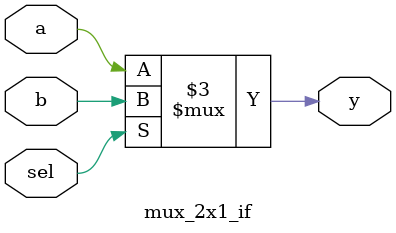
<source format=v>
module mux_2x1_if(
input wire a,b,
input wire sel,
output reg y
);

	always @(*) begin
	    if(sel)
	      y=b;
	    else
              y=a;
	end
endmodule


</source>
